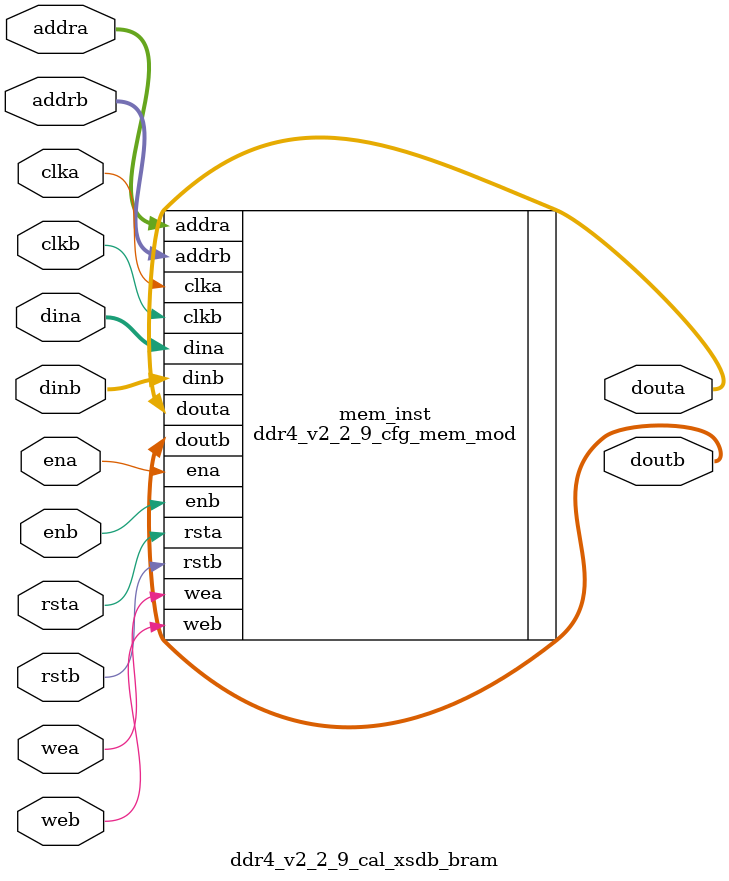
<source format=sv>
/******************************************************************************
// (c) Copyright 2013 - 2014 Xilinx, Inc. All rights reserved.
//
// This file contains confidential and proprietary information
// of Xilinx, Inc. and is protected under U.S. and
// international copyright and other intellectual property
// laws.
//
// DISCLAIMER
// This disclaimer is not a license and does not grant any
// rights to the materials distributed herewith. Except as
// otherwise provided in a valid license issued to you by
// Xilinx, and to the maximum extent permitted by applicable
// law: (1) THESE MATERIALS ARE MADE AVAILABLE "AS IS" AND
// WITH ALL FAULTS, AND XILINX HEREBY DISCLAIMS ALL WARRANTIES
// AND CONDITIONS, EXPRESS, IMPLIED, OR STATUTORY, INCLUDING
// BUT NOT LIMITED TO WARRANTIES OF MERCHANTABILITY, NON-
// INFRINGEMENT, OR FITNESS FOR ANY PARTICULAR PURPOSE; and
// (2) Xilinx shall not be liable (whether in contract or tort,
// including negligence, or under any other theory of
// liability) for any loss or damage of any kind or nature
// related to, arising under or in connection with these
// materials, including for any direct, or any indirect,
// special, incidental, or consequential loss or damage
// (including loss of data, profits, goodwill, or any type of
// loss or damage suffered as a result of any action brought
// by a third party) even if such damage or loss was
// reasonably foreseeable or Xilinx had been advised of the
// possibility of the same.
//
// CRITICAL APPLICATIONS
// Xilinx products are not designed or intended to be fail-
// safe, or for use in any application requiring fail-safe
// performance, such as life-support or safety devices or
// systems, Class III medical devices, nuclear facilities,
// applications related to the deployment of airbags, or any
// other applications that could lead to death, personal
// injury, or severe property or environmental damage
// (individually and collectively, "Critical
// Applications"). Customer assumes the sole risk and
// liability of any use of Xilinx products in Critical
// Applications, subject only to applicable laws and
// regulations governing limitations on product liability.
//
// THIS COPYRIGHT NOTICE AND DISCLAIMER MUST BE RETAINED AS
// PART OF THIS FILE AT ALL TIMES.
******************************************************************************/
//   ____  ____
//  /   /\/   /
// /___/  \  /    Vendor             : Xilinx
// \   \   \/     Version            : 2.0
//  \   \         Application        : MIG
//  /   /         Filename           : ddr4_v2_2_9_cal_xsdb_bram.sv
// /___/   /\     Date Last Modified : $Date: 2015/04/23 $
// \   \  /  \    Date Created       : Tue May 13 2014
//  \___\/\___\
//
// Device           : UltraScale
// Design Name      : DDR4 SDRAM & DDR3 SDRAM
// Purpose          :
//                   ddr4_v2_2_9_cal_xsdb_bram module
// Reference        :
// Revision History :
//*****************************************************************************
`timescale 1ns / 1ps

(* bram_map="yes" *)

module ddr4_v2_2_9_cal_xsdb_bram
    #(	
    
		parameter       	  MEM                        	  =  "DDR4"
		,parameter       	  DBYTES                     	  =  8 //4
		,parameter            START_ADDRESS                   =  18
		,parameter  		  SPREAD_SHEET_VERSION            =  2
		,parameter            RTL_VERSION                     =  0
		,parameter            MEM_CODE                        =  0
		,parameter  		  MEMORY_TYPE                     =  (MEM == "DDR4") ? 2 : 1
		,parameter            MEMORY_CONFIGURATION            =  1
		,parameter            MEMORY_VOLTAGE                  =  1
        ,parameter            CLKFBOUT_MULT_PLL               =  4
        ,parameter            DIVCLK_DIVIDE_PLL               =  1
        ,parameter            CLKOUT0_DIVIDE_PLL              =  1
        ,parameter            CLKFBOUT_MULT_MMCM              =  4
        ,parameter            DIVCLK_DIVIDE_MMCM              =  1
        ,parameter            CLKOUT0_DIVIDE_MMCM             =  4
		,parameter  		  DQBITS	                      =  64
		,parameter			  NIBBLE                          =  DQBITS/4
		,parameter  		  BITS_PER_BYTE                   =  8 //DQBITS/DBYTES
		,parameter  		  SLOTS                   =  1
		,parameter  		  ABITS                           =  10
		,parameter  		  BABITS                          =  2
		,parameter       	  BGBITS              	          =  2
		,parameter       	  CKEBITS                  		  =  4
		,parameter       	  CSBITS             	          =  4
		,parameter       	  ODTBITS                    	  =  4
		,parameter       	  DRAM_WIDTH                 	  =  8      // # of DQ per DQS
		,parameter       	  RANKS                      	  =  4 // 1      //1, 2, 3, or 4
		,parameter            S_HEIGHT                        =  1
		,parameter       	  nCK_PER_CLK                	  =  1      // # of memory CKs per fabric CLK
        ,parameter            tCK                             =  2000		
		,parameter       	  DM_DBI_SETTING             	  =  7     //// 3bits requried all 7
		,parameter            BISC_EN                         =  0
		,parameter       	  USE_CS_PORT             	      =  1     //// 1 bit
		,parameter            EXTRA_CMD_DELAY                 =  0     //// 1 bit
		,parameter            REG_CTRL_ON                     =  0     // RDIMM register control
		,parameter            CA_MIRROR                       =  0     //// 1 bit
		,parameter       	  DQS_GATE                   	  =  7
		,parameter       	  WRLVL                      	  =  7
		,parameter       	  RDLVL                      	  =  7
		,parameter       	  RDLVL_DBI                       =  7
		,parameter       	  WR_DQS_DQ                  	  =  7
		,parameter       	  WR_DQS_DM_DBI                   =  7
		,parameter            WRITE_LAT                       =  7
		,parameter       	  RDLVL_COMPLEX                   =  3     ///2 bits required all 3
		,parameter       	  WR_DQS_COMPLEX                  =  3     ///2 bits required all 3
		,parameter       	  DQS_TRACKING               	  =  3
		,parameter       	  RD_VREF                    	  =  3
		,parameter       	  RD_VREF_PATTERN                 =  3
		,parameter       	  WR_VREF                    	  =  3
		,parameter       	  WR_VREF_PATTERN                 =  3
		,parameter       	  DQS_SAMPLE_CNT             	  =  127
		,parameter       	  WRLVL_SAMPLE_CNT           	  =  255
		,parameter       	  RDLVL_SAMPLE_CNT           	  =  127
		,parameter       	  COMPLEX_LOOP_CNT           	  =  255
		,parameter       	  IODELAY_QTR_CK_TAP_CNT     	  =  255
		,parameter       	  DEBUG_MESSAGES     	          =  0
		,parameter         	  MR0                     		  =  13'b0000000110000
		,parameter         	  MR1                     		  =  13'b0000100000001 //RTT_NOM=RZQ/4 (60 Ohm)
		,parameter         	  MR2                     		  =  13'b0000000011000
		,parameter         	  MR3                     		  =  13'b0000000000000
		,parameter         	  MR4                     		  =  13'b0000000000000
		,parameter         	  MR5                     		  =  13'b0010000000000
		,parameter         	  MR6                     		  =  13'b0100000000000
		,parameter            ODTWR                           = 16'h0000
		,parameter            ODTRD                           = 16'h0000
		,parameter            SLOT0_CONFIG                    = 0     // all 9 bits
		,parameter            SLOT1_CONFIG                    = 0     // all 9 bits
		,parameter            SLOT0_FUNC_CS                   = 0     // all 9 bits
		,parameter            SLOT1_FUNC_CS                   = 0     // all 9 bits
		,parameter            SLOT0_ODD_CS                    = 0     // all 9 bits
		,parameter            SLOT1_ODD_CS                    = 0     // all 9 bits
		,parameter            DDR4_REG_RC03                   = 0     // all 9 bits
		,parameter            DDR4_REG_RC04                   = 0     // all 9 bits
		,parameter            DDR4_REG_RC05                   = 0     // all 9 bits
		,parameter            DDR4_REG_RC3X                   = 0     // all 9 bits
		
		,parameter         	  MR0_0                   		  =  MR0[8:0]
		,parameter         	  MR0_1                   		  =  {5'b0,MR0[12:9]}
		,parameter         	  MR1_0                   		  =  MR1[8:0]
		,parameter         	  MR1_1                   		  =  {5'b0,MR1[12:9]}
		,parameter         	  MR2_0                   	 	  =  MR2[8:0]
		,parameter         	  MR2_1                   		  =  {5'b0,MR2[12:9]}
		,parameter         	  MR3_0                   		  =  MR3[8:0]
		,parameter         	  MR3_1                   		  =  {5'b0,MR3[12:9]}
		,parameter         	  MR4_0                   		  =  MR4[8:0]
		,parameter         	  MR4_1                   		  =  {5'b0,MR4[12:9]}
		,parameter         	  MR5_0                   		  =  MR5[8:0]
		,parameter         	  MR5_1                   		  =  {5'b0,MR5[12:9]}
		,parameter         	  MR6_0                   		  =  MR6[8:0]
		,parameter         	  MR6_1                   		  =  {5'b0,MR6[12:9]}
  
       ,parameter NUM_BRAMS    = 1
	   ,parameter SIZE         = 36 * 1024 * NUM_BRAMS
    // Specify INITs as 9 bit blocks (256 locations per blockRAM)
       ,parameter ADDR_WIDTH   = 16
	   ,parameter DATA_WIDTH   = 9
       ,parameter PIPELINE_REG = 1 
    )
  (
	
		clka,
		clkb,
		ena,
		enb,
		addra,
		addrb,
		dina,
		dinb,
		douta,
		doutb,
		wea,
		web,
		rsta,
		rstb
);
input clka;
input clkb;
input ena;
input enb;
input [ADDR_WIDTH-1:0]addra;
input [ADDR_WIDTH-1:0]addrb;
input [DATA_WIDTH-1:0]dina;
input [DATA_WIDTH-1:0]dinb;
input wea;
input web;
input rsta;
input rstb;
output reg [DATA_WIDTH-1:0]douta;
output reg [DATA_WIDTH-1:0]doutb;


// Initial values to the BlockRam 0
localparam [8:0] mem0_init_0 = {4'b0,START_ADDRESS[4:0]};
localparam [8:0] mem0_init_1 = 9'b0;
localparam [8:0] mem0_init_2 = 9'b0;
localparam [8:0] mem0_init_3 = {5'b0,SPREAD_SHEET_VERSION[3:0]};
localparam [8:0] mem0_init_4 = {6'b0,MEMORY_TYPE[2:0]};
localparam [8:0] mem0_init_5 = RANKS;
localparam [8:0] mem0_init_6 = DBYTES[8:0]; // MAN - repeats DBYTES parameter (may hardwire to BYTES for initial SW compatability)
localparam [8:0] mem0_init_7 = NIBBLE[8:0];
localparam [8:0] mem0_init_8 = BITS_PER_BYTE[8:0];
localparam [8:0] mem0_init_9 = 9'b1;
localparam [8:0] mem0_init_10 = 9'b1;
localparam [8:0] mem0_init_11 = 9'b1;
localparam [8:0] mem0_init_12 = SLOTS;
localparam [8:0] mem0_init_13 = 9'b0;
localparam [8:0] mem0_init_14 = 9'b0;
localparam [8:0] mem0_init_15 = 9'b0;
localparam [8:0] mem0_init_16 = 9'b0;
localparam [8:0] mem0_init_17 = 9'b0;
localparam [8:0] mem0_init_18 = RTL_VERSION[8:0];
localparam [8:0] mem0_init_19 = 9'b0;
localparam [8:0] mem0_init_20 = NUM_BRAMS[8:0];
localparam [8:0] mem0_init_21 = {BGBITS[1:0],BABITS[1:0],ABITS[4:0]};
localparam [8:0] mem0_init_22 = {ODTBITS[2:0],CSBITS[2:0],CKEBITS[2:0]};
localparam [8:0] mem0_init_23 = DBYTES[8:0];
localparam [8:0] mem0_init_24 = DRAM_WIDTH[8:0];
localparam [8:0] mem0_init_25 = {CA_MIRROR[0],REG_CTRL_ON[0],EXTRA_CMD_DELAY[0],USE_CS_PORT[0],BISC_EN[0],DM_DBI_SETTING[2:0],nCK_PER_CLK[0]};
localparam [8:0] mem0_init_26 = {RDLVL[2:0],WRLVL[2:0],DQS_GATE[2:0]};
localparam [8:0] mem0_init_27 = {WR_DQS_DM_DBI[2:0],WR_DQS_DQ[2:0],RDLVL_DBI[2:0]};
localparam [8:0] mem0_init_28 = {WR_DQS_COMPLEX[2:0],RDLVL_COMPLEX[2:0],WRITE_LAT[2:0]};
localparam [8:0] mem0_init_29 = {DEBUG_MESSAGES[0],RD_VREF_PATTERN[1:0],WR_VREF_PATTERN[1:0],RD_VREF[1:0],WR_VREF[1:0]};
localparam [8:0] mem0_init_30 = {7'b0,DQS_TRACKING[1:0]};
localparam [8:0] mem0_init_31 = DQS_SAMPLE_CNT[8:0];
localparam [8:0] mem0_init_32 = WRLVL_SAMPLE_CNT[8:0];
localparam [8:0] mem0_init_33 = RDLVL_SAMPLE_CNT[8:0];
localparam [8:0] mem0_init_34 = COMPLEX_LOOP_CNT[8:0];
localparam [8:0] mem0_init_35 = IODELAY_QTR_CK_TAP_CNT[8:0];
localparam [8:0] mem0_init_36 = {5'b0,S_HEIGHT[3:0]};
localparam [8:0] mem0_init_37 = 9'b0;
localparam [8:0] mem0_init_38 = 9'b0;
localparam [8:0] mem0_init_39 = 9'b0;
localparam [8:0] mem0_init_40 = {1'b0, ODTWR[7:0]};
localparam [8:0] mem0_init_41 = {1'b0, ODTWR[15:8]};
localparam [8:0] mem0_init_42 = {1'b0, ODTRD[7:0]};
localparam [8:0] mem0_init_43 = {1'b0, ODTRD[15:8]};
localparam [8:0] mem0_init_44 = SLOT0_CONFIG;
localparam [8:0] mem0_init_45 = SLOT1_CONFIG;
localparam [8:0] mem0_init_46 = SLOT0_FUNC_CS;
localparam [8:0] mem0_init_47 = SLOT1_FUNC_CS;
localparam [8:0] mem0_init_48 = SLOT0_ODD_CS;
localparam [8:0] mem0_init_49 = SLOT1_ODD_CS;
localparam [8:0] mem0_init_50 = DDR4_REG_RC03;
localparam [8:0] mem0_init_51 = DDR4_REG_RC04;
localparam [8:0] mem0_init_52 = DDR4_REG_RC05;
localparam [8:0] mem0_init_53 = DDR4_REG_RC3X;
localparam [8:0] mem0_init_54 = MR0_0[8:0];
localparam [8:0] mem0_init_55 = MR0_1[8:0];
localparam [8:0] mem0_init_56 = MR1_0[8:0];
localparam [8:0] mem0_init_57 = MR1_1[8:0];
localparam [8:0] mem0_init_58 = MR2_0[8:0];
localparam [8:0] mem0_init_59 = MR2_1[8:0];
localparam [8:0] mem0_init_60 = MR3_0[8:0];
localparam [8:0] mem0_init_61 = MR3_1[8:0];
localparam [8:0] mem0_init_62 = MR4_0[8:0];
localparam [8:0] mem0_init_63 = MR4_1[8:0];
localparam [8:0] mem0_init_64 = MR5_0[8:0];
localparam [8:0] mem0_init_65 = MR5_1[8:0];
localparam [8:0] mem0_init_66 = MR6_0[8:0];
localparam [8:0] mem0_init_67 = MR6_1[8:0];
localparam [8:0] mem0_init_68 = 9'b0;
localparam [8:0] mem0_init_69 = tCK[8:0];
localparam [8:0] mem0_init_70 = tCK[16:9];
localparam [8:0] mem0_init_71 = MEMORY_CONFIGURATION[8:0];
localparam [8:0] mem0_init_72 = MEMORY_VOLTAGE[8:0];
localparam [8:0] mem0_init_73 = CLKFBOUT_MULT_PLL[8:0];
localparam [8:0] mem0_init_74 = DIVCLK_DIVIDE_PLL[8:0];
localparam [8:0] mem0_init_75 = CLKFBOUT_MULT_MMCM[8:0];
localparam [8:0] mem0_init_76 = DIVCLK_DIVIDE_MMCM[8:0];
localparam [8:0] mem0_init_77 = 9'b0;
localparam [8:0] mem0_init_78 = 9'b0;
localparam [8:0] mem0_init_79 = 9'b0;
localparam [8:0] mem0_init_80 = 9'b0;
localparam [8:0] mem0_init_81 = 9'b0;
localparam [8:0] mem0_init_82 = 9'b0;
localparam [8:0] mem0_init_83 = 9'b0;
localparam [8:0] mem0_init_84 = 9'b0;
localparam [8:0] mem0_init_85 = 9'b0;
localparam [8:0] mem0_init_86 = 9'b0;
localparam [8:0] mem0_init_87 = 9'b0;
localparam [8:0] mem0_init_88 = 9'b0;
localparam [8:0] mem0_init_89 = 9'b0;
localparam [8:0] mem0_init_90 = 9'b0;
localparam [8:0] mem0_init_91 = 9'b0;
localparam [8:0] mem0_init_92 = 9'b0;
localparam [8:0] mem0_init_93 = 9'b0;
localparam [8:0] mem0_init_94 = 9'b0;
localparam [8:0] mem0_init_95 = 9'b0;
localparam [8:0] mem0_init_96 = 9'b0;
localparam [8:0] mem0_init_97 = 9'b0;
localparam [8:0] mem0_init_98 = 9'b0;
localparam [8:0] mem0_init_99 = 9'b0;
localparam [8:0] mem0_init_100 = 9'b0;
localparam [8:0] mem0_init_101 = 9'b0;
localparam [8:0] mem0_init_102 = 9'b0;
localparam [8:0] mem0_init_103 = 9'b0;
localparam [8:0] mem0_init_104 = 9'b0;
localparam [8:0] mem0_init_105 = 9'b0;
localparam [8:0] mem0_init_106 = 9'b0;
localparam [8:0] mem0_init_107 = 9'b0;
localparam [8:0] mem0_init_108 = 9'b0;
localparam [8:0] mem0_init_109 = 9'b0;
localparam [8:0] mem0_init_110 = 9'b0;
localparam [8:0] mem0_init_111 = 9'b0;
localparam [8:0] mem0_init_112 = 9'b0;
localparam [8:0] mem0_init_113 = 9'b0;
localparam [8:0] mem0_init_114 = 9'b0;
localparam [8:0] mem0_init_115 = 9'b0;
localparam [8:0] mem0_init_116 = 9'b0;
localparam [8:0] mem0_init_117 = 9'b0;
localparam [8:0] mem0_init_118 = 9'b0;
localparam [8:0] mem0_init_119 = 9'b0;
localparam [8:0] mem0_init_120 = 9'b0;
localparam [8:0] mem0_init_121 = 9'b0;
localparam [8:0] mem0_init_122 = 9'b0;
localparam [8:0] mem0_init_123 = 9'b0;
localparam [8:0] mem0_init_124 = 9'b0;
localparam [8:0] mem0_init_125 = 9'b0;
localparam [8:0] mem0_init_126 = 9'b0;
localparam [8:0] mem0_init_127 = 9'b0;
localparam [8:0] mem0_init_128 = 9'b0;
localparam [8:0] mem0_init_129 = 9'b0;
localparam [8:0] mem0_init_130 = 9'b0;
localparam [8:0] mem0_init_131 = 9'b0;
localparam [8:0] mem0_init_132 = 9'b0;
localparam [8:0] mem0_init_133 = 9'b0;
localparam [8:0] mem0_init_134 = 9'b0;
localparam [8:0] mem0_init_135 = 9'b0;
localparam [8:0] mem0_init_136 = 9'b0;
localparam [8:0] mem0_init_137 = 9'b0;
localparam [8:0] mem0_init_138 = 9'b0;
localparam [8:0] mem0_init_139 = 9'b0;
localparam [8:0] mem0_init_140 = 9'b0;
localparam [8:0] mem0_init_141 = 9'b0;
localparam [8:0] mem0_init_142 = 9'b0;
localparam [8:0] mem0_init_143 = 9'b0;
localparam [8:0] mem0_init_144 = 9'b0;
localparam [8:0] mem0_init_145 = 9'b0;
localparam [8:0] mem0_init_146 = 9'b0;
localparam [8:0] mem0_init_147 = 9'b0;
localparam [8:0] mem0_init_148 = 9'b0;
localparam [8:0] mem0_init_149 = 9'b0;
localparam [8:0] mem0_init_150 = 9'b0;
localparam [8:0] mem0_init_151 = 9'b0;
localparam [8:0] mem0_init_152 = 9'b0;
localparam [8:0] mem0_init_153 = 9'b0;
localparam [8:0] mem0_init_154 = 9'b0;
localparam [8:0] mem0_init_155 = 9'b0;
localparam [8:0] mem0_init_156 = 9'b0;
localparam [8:0] mem0_init_157 = 9'b0;
localparam [8:0] mem0_init_158 = 9'b0;
localparam [8:0] mem0_init_159 = 9'b0;
localparam [8:0] mem0_init_160 = 9'b0;
localparam [8:0] mem0_init_161 = 9'b0;
localparam [8:0] mem0_init_162 = 9'b0;
localparam [8:0] mem0_init_163 = 9'b0;
localparam [8:0] mem0_init_164 = 9'b0;
localparam [8:0] mem0_init_165 = 9'b0;
localparam [8:0] mem0_init_166 = 9'b0;
localparam [8:0] mem0_init_167 = 9'b0;
localparam [8:0] mem0_init_168 = 9'b0;
localparam [8:0] mem0_init_169 = 9'b0;
localparam [8:0] mem0_init_170 = 9'b0;
localparam [8:0] mem0_init_171 = 9'b0;
localparam [8:0] mem0_init_172 = 9'b0;
localparam [8:0] mem0_init_173 = 9'b0;
localparam [8:0] mem0_init_174 = 9'b0;
localparam [8:0] mem0_init_175 = 9'b0;
localparam [8:0] mem0_init_176 = 9'b0;
localparam [8:0] mem0_init_177 = 9'b0;
localparam [8:0] mem0_init_178 = 9'b0;
localparam [8:0] mem0_init_179 = 9'b0;
localparam [8:0] mem0_init_180 = 9'b0;
localparam [8:0] mem0_init_181 = 9'b0;
localparam [8:0] mem0_init_182 = 9'b0;
localparam [8:0] mem0_init_183 = 9'b0;
localparam [8:0] mem0_init_184 = 9'b0;
localparam [8:0] mem0_init_185 = 9'b0;
localparam [8:0] mem0_init_186 = 9'b0;
localparam [8:0] mem0_init_187 = 9'b0;
localparam [8:0] mem0_init_188 = 9'b0;
localparam [8:0] mem0_init_189 = 9'b0;
localparam [8:0] mem0_init_190 = 9'b0;
localparam [8:0] mem0_init_191 = 9'b0;
localparam [8:0] mem0_init_192 = 9'b0;
localparam [8:0] mem0_init_193 = 9'b0;
localparam [8:0] mem0_init_194 = 9'b0;
localparam [8:0] mem0_init_195 = 9'b0;
localparam [8:0] mem0_init_196 = 9'b0;
localparam [8:0] mem0_init_197 = 9'b0;
localparam [8:0] mem0_init_198 = 9'b0;
localparam [8:0] mem0_init_199 = 9'b0;
localparam [8:0] mem0_init_200 = 9'b0;
localparam [8:0] mem0_init_201 = 9'b0;
localparam [8:0] mem0_init_202 = 9'b0;
localparam [8:0] mem0_init_203 = 9'b0;
localparam [8:0] mem0_init_204 = 9'b0;
localparam [8:0] mem0_init_205 = 9'b0;
localparam [8:0] mem0_init_206 = 9'b0;
localparam [8:0] mem0_init_207 = 9'b0;
localparam [8:0] mem0_init_208 = 9'b0;
localparam [8:0] mem0_init_209 = 9'b0;
localparam [8:0] mem0_init_210 = 9'b0;
localparam [8:0] mem0_init_211 = 9'b0;
localparam [8:0] mem0_init_212 = 9'b0;
localparam [8:0] mem0_init_213 = 9'b0;
localparam [8:0] mem0_init_214 = 9'b0;
localparam [8:0] mem0_init_215 = 9'b0;
localparam [8:0] mem0_init_216 = 9'b0;
localparam [8:0] mem0_init_217 = 9'b0;
localparam [8:0] mem0_init_218 = 9'b0;
localparam [8:0] mem0_init_219 = 9'b0;
localparam [8:0] mem0_init_220 = 9'b0;
localparam [8:0] mem0_init_221 = 9'b0;
localparam [8:0] mem0_init_222 = 9'b0;
localparam [8:0] mem0_init_223 = 9'b0;
localparam [8:0] mem0_init_224 = 9'b0;
localparam [8:0] mem0_init_225 = 9'b0;
localparam [8:0] mem0_init_226 = 9'b0;
localparam [8:0] mem0_init_227 = 9'b0;
localparam [8:0] mem0_init_228 = 9'b0;
localparam [8:0] mem0_init_229 = 9'b0;
localparam [8:0] mem0_init_230 = 9'b0;
localparam [8:0] mem0_init_231 = 9'b0;
localparam [8:0] mem0_init_232 = 9'b0;
localparam [8:0] mem0_init_233 = 9'b0;
localparam [8:0] mem0_init_234 = 9'b0;
localparam [8:0] mem0_init_235 = 9'b0;
localparam [8:0] mem0_init_236 = 9'b0;
localparam [8:0] mem0_init_237 = 9'b0;
localparam [8:0] mem0_init_238 = 9'b0;
localparam [8:0] mem0_init_239 = 9'b0;
localparam [8:0] mem0_init_240 = 9'b0;
localparam [8:0] mem0_init_241 = 9'b0;
localparam [8:0] mem0_init_242 = 9'b0;
localparam [8:0] mem0_init_243 = 9'b0;
localparam [8:0] mem0_init_244 = 9'b0;
localparam [8:0] mem0_init_245 = 9'b0;
localparam [8:0] mem0_init_246 = 9'b0;
localparam [8:0] mem0_init_247 = 9'b0;
localparam [8:0] mem0_init_248 = 9'b0;
localparam [8:0] mem0_init_249 = 9'b0;
localparam [8:0] mem0_init_250 = 9'b0;
localparam [8:0] mem0_init_251 = 9'b0;
localparam [8:0] mem0_init_252 = 9'b0;
localparam [8:0] mem0_init_253 = 9'b0;
localparam [8:0] mem0_init_254 = 9'b0;
localparam [8:0] mem0_init_255 = 9'b0;

localparam [256*9-1:0] INIT_BRAM0 = {mem0_init_255,mem0_init_254,mem0_init_253,mem0_init_252,mem0_init_251,mem0_init_250,mem0_init_249,mem0_init_248,mem0_init_247,mem0_init_246,mem0_init_245,mem0_init_244,mem0_init_243,mem0_init_242,mem0_init_241,mem0_init_240,mem0_init_239,mem0_init_238,mem0_init_237,mem0_init_236,mem0_init_235,mem0_init_234,mem0_init_233,mem0_init_232,mem0_init_231,mem0_init_230,mem0_init_229,mem0_init_228,mem0_init_227,mem0_init_226,mem0_init_225,mem0_init_224,mem0_init_223,mem0_init_222,mem0_init_221,mem0_init_220,mem0_init_219,mem0_init_218,mem0_init_217,mem0_init_216,mem0_init_215,mem0_init_214,mem0_init_213,mem0_init_212,mem0_init_211,mem0_init_210,mem0_init_209,mem0_init_208,mem0_init_207,mem0_init_206,mem0_init_205,mem0_init_204,mem0_init_203,mem0_init_202,mem0_init_201,mem0_init_200,mem0_init_199,mem0_init_198,mem0_init_197,mem0_init_196,mem0_init_195,mem0_init_194,mem0_init_193,mem0_init_192,mem0_init_191,mem0_init_190,mem0_init_189,mem0_init_188,mem0_init_187,mem0_init_186,mem0_init_185,mem0_init_184,mem0_init_183,mem0_init_182,mem0_init_181,mem0_init_180,mem0_init_179,mem0_init_178,mem0_init_177,mem0_init_176,mem0_init_175,mem0_init_174,mem0_init_173,mem0_init_172,mem0_init_171,mem0_init_170,mem0_init_169,mem0_init_168,mem0_init_167,mem0_init_166,mem0_init_165,mem0_init_164,mem0_init_163,mem0_init_162,mem0_init_161,mem0_init_160,mem0_init_159,mem0_init_158,mem0_init_157,mem0_init_156,mem0_init_155,mem0_init_154,mem0_init_153,mem0_init_152,mem0_init_151,mem0_init_150,mem0_init_149,mem0_init_148,mem0_init_147,mem0_init_146,mem0_init_145,mem0_init_144,mem0_init_143,mem0_init_142,mem0_init_141,mem0_init_140,mem0_init_139,mem0_init_138,mem0_init_137,mem0_init_136,mem0_init_135,mem0_init_134,mem0_init_133,mem0_init_132,mem0_init_131,mem0_init_130,mem0_init_129,mem0_init_128,mem0_init_127,mem0_init_126,mem0_init_125,mem0_init_124,mem0_init_123,mem0_init_122,mem0_init_121,mem0_init_120,mem0_init_119,mem0_init_118,mem0_init_117,mem0_init_116,mem0_init_115,mem0_init_114,mem0_init_113,mem0_init_112,mem0_init_111,mem0_init_110,mem0_init_109,mem0_init_108,mem0_init_107,mem0_init_106,mem0_init_105,mem0_init_104,mem0_init_103,mem0_init_102,mem0_init_101,mem0_init_100,mem0_init_99,mem0_init_98,mem0_init_97,mem0_init_96,mem0_init_95,mem0_init_94,mem0_init_93,mem0_init_92,mem0_init_91,mem0_init_90,mem0_init_89,mem0_init_88,mem0_init_87,mem0_init_86,mem0_init_85,mem0_init_84,mem0_init_83,mem0_init_82,mem0_init_81,mem0_init_80,mem0_init_79,mem0_init_78,mem0_init_77,mem0_init_76,mem0_init_75,mem0_init_74,mem0_init_73,mem0_init_72,mem0_init_71,mem0_init_70,mem0_init_69,mem0_init_68,mem0_init_67,mem0_init_66,mem0_init_65,mem0_init_64,mem0_init_63,mem0_init_62,mem0_init_61,mem0_init_60,mem0_init_59,mem0_init_58,mem0_init_57,mem0_init_56,mem0_init_55,mem0_init_54,mem0_init_53,mem0_init_52,mem0_init_51,mem0_init_50,mem0_init_49,mem0_init_48,mem0_init_47,mem0_init_46,mem0_init_45,mem0_init_44,mem0_init_43,mem0_init_42,mem0_init_41,mem0_init_40,mem0_init_39,mem0_init_38,mem0_init_37,mem0_init_36,mem0_init_35,mem0_init_34,mem0_init_33,mem0_init_32,mem0_init_31,mem0_init_30,mem0_init_29,mem0_init_28,mem0_init_27,mem0_init_26,mem0_init_25,mem0_init_24,mem0_init_23,mem0_init_22,mem0_init_21,mem0_init_20,mem0_init_19,mem0_init_18,mem0_init_17,mem0_init_16,mem0_init_15,mem0_init_14,mem0_init_13,mem0_init_12,mem0_init_11,mem0_init_10,mem0_init_9,mem0_init_8,mem0_init_7,mem0_init_6,mem0_init_5,mem0_init_4,mem0_init_3,mem0_init_2,mem0_init_1,mem0_init_0};

// Populate INIT's for rest of BlockRAMs if required
localparam [256*9*NUM_BRAMS-1:0] INIT = ( NUM_BRAMS == 1 ) ? INIT_BRAM0 : ( NUM_BRAMS == 2 ) ? {2304'b0 ,INIT_BRAM0} : {{2{2304'b0}} ,INIT_BRAM0};

ddr4_v2_2_9_cfg_mem_mod # (
               .SIZE(SIZE),
               .INIT(INIT),
               .ADDR_WIDTH(ADDR_WIDTH),
               .DATA_WIDTH(9),
               .PIPELINE_REG(PIPELINE_REG)
              )
     mem_inst (
                .clka(clka),
                .clkb(clkb),
                .ena(ena),
                .enb(enb),
                .addra(addra),
                .addrb(addrb),
                .dina(dina),
                .dinb(dinb),
                .wea(wea),
                .web(web),
                .rsta(rsta),
                .rstb(rstb),
                .douta(douta),
                .doutb(doutb)
               );

endmodule


</source>
